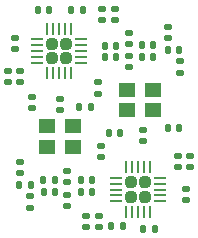
<source format=gbr>
%TF.GenerationSoftware,KiCad,Pcbnew,6.0.7-f9a2dced07~116~ubuntu20.04.1*%
%TF.CreationDate,2022-09-24T19:15:38+02:00*%
%TF.ProjectId,SRRReceiver,53525252-6563-4656-9976-65722e6b6963,rev?*%
%TF.SameCoordinates,Original*%
%TF.FileFunction,Paste,Top*%
%TF.FilePolarity,Positive*%
%FSLAX46Y46*%
G04 Gerber Fmt 4.6, Leading zero omitted, Abs format (unit mm)*
G04 Created by KiCad (PCBNEW 6.0.7-f9a2dced07~116~ubuntu20.04.1) date 2022-09-24 19:15:38*
%MOMM*%
%LPD*%
G01*
G04 APERTURE LIST*
G04 Aperture macros list*
%AMRoundRect*
0 Rectangle with rounded corners*
0 $1 Rounding radius*
0 $2 $3 $4 $5 $6 $7 $8 $9 X,Y pos of 4 corners*
0 Add a 4 corners polygon primitive as box body*
4,1,4,$2,$3,$4,$5,$6,$7,$8,$9,$2,$3,0*
0 Add four circle primitives for the rounded corners*
1,1,$1+$1,$2,$3*
1,1,$1+$1,$4,$5*
1,1,$1+$1,$6,$7*
1,1,$1+$1,$8,$9*
0 Add four rect primitives between the rounded corners*
20,1,$1+$1,$2,$3,$4,$5,0*
20,1,$1+$1,$4,$5,$6,$7,0*
20,1,$1+$1,$6,$7,$8,$9,0*
20,1,$1+$1,$8,$9,$2,$3,0*%
G04 Aperture macros list end*
%ADD10R,1.400000X1.200000*%
%ADD11RoundRect,0.140000X0.170000X-0.140000X0.170000X0.140000X-0.170000X0.140000X-0.170000X-0.140000X0*%
%ADD12RoundRect,0.140000X-0.170000X0.140000X-0.170000X-0.140000X0.170000X-0.140000X0.170000X0.140000X0*%
%ADD13RoundRect,0.140000X-0.140000X-0.170000X0.140000X-0.170000X0.140000X0.170000X-0.140000X0.170000X0*%
%ADD14RoundRect,0.147500X0.147500X0.172500X-0.147500X0.172500X-0.147500X-0.172500X0.147500X-0.172500X0*%
%ADD15RoundRect,0.140000X0.140000X0.170000X-0.140000X0.170000X-0.140000X-0.170000X0.140000X-0.170000X0*%
%ADD16RoundRect,0.242500X-0.242500X-0.242500X0.242500X-0.242500X0.242500X0.242500X-0.242500X0.242500X0*%
%ADD17RoundRect,0.062500X-0.425000X-0.062500X0.425000X-0.062500X0.425000X0.062500X-0.425000X0.062500X0*%
%ADD18RoundRect,0.062500X-0.062500X-0.425000X0.062500X-0.425000X0.062500X0.425000X-0.062500X0.425000X0*%
%ADD19RoundRect,0.242500X0.242500X0.242500X-0.242500X0.242500X-0.242500X-0.242500X0.242500X-0.242500X0*%
%ADD20RoundRect,0.062500X0.425000X0.062500X-0.425000X0.062500X-0.425000X-0.062500X0.425000X-0.062500X0*%
%ADD21RoundRect,0.062500X0.062500X0.425000X-0.062500X0.425000X-0.062500X-0.425000X0.062500X-0.425000X0*%
%ADD22RoundRect,0.147500X-0.147500X-0.172500X0.147500X-0.172500X0.147500X0.172500X-0.147500X0.172500X0*%
%ADD23RoundRect,0.147500X0.172500X-0.147500X0.172500X0.147500X-0.172500X0.147500X-0.172500X-0.147500X0*%
%ADD24RoundRect,0.135000X-0.135000X-0.185000X0.135000X-0.185000X0.135000X0.185000X-0.135000X0.185000X0*%
%ADD25RoundRect,0.147500X-0.172500X0.147500X-0.172500X-0.147500X0.172500X-0.147500X0.172500X0.147500X0*%
%ADD26RoundRect,0.135000X0.135000X0.185000X-0.135000X0.185000X-0.135000X-0.185000X0.135000X-0.185000X0*%
G04 APERTURE END LIST*
D10*
%TO.C,Y2*%
X119900000Y-90250000D03*
X122100000Y-90250000D03*
X122100000Y-91950000D03*
X119900000Y-91950000D03*
%TD*%
%TO.C,Y1*%
X128816250Y-87138154D03*
X126616250Y-87138154D03*
X126616250Y-88838154D03*
X128816250Y-88838154D03*
%TD*%
D11*
%TO.C,C5*%
X124237500Y-98780000D03*
X124237500Y-97820000D03*
%TD*%
D12*
%TO.C,C6*%
X124400000Y-91908154D03*
X124400000Y-92868154D03*
%TD*%
D13*
%TO.C,C7*%
X125098750Y-90788154D03*
X126058750Y-90788154D03*
%TD*%
%TO.C,C32*%
X127920000Y-83350000D03*
X128880000Y-83350000D03*
%TD*%
D14*
%TO.C,L6*%
X131085000Y-83800000D03*
X130115000Y-83800000D03*
%TD*%
D11*
%TO.C,C31*%
X126800000Y-85230000D03*
X126800000Y-84270000D03*
%TD*%
D14*
%TO.C,L5*%
X128885000Y-84400000D03*
X127915000Y-84400000D03*
%TD*%
D15*
%TO.C,C18*%
X123580000Y-88600000D03*
X122620000Y-88600000D03*
%TD*%
D12*
%TO.C,C15*%
X121600000Y-94020000D03*
X121600000Y-94980000D03*
%TD*%
D16*
%TO.C,U2*%
X121500000Y-84450000D03*
X120300000Y-83250000D03*
X120300000Y-84450000D03*
X121500000Y-83250000D03*
D17*
X119012500Y-82850000D03*
X119012500Y-83350000D03*
X119012500Y-83850000D03*
X119012500Y-84350000D03*
X119012500Y-84850000D03*
D18*
X119900000Y-85737500D03*
X120400000Y-85737500D03*
X120900000Y-85737500D03*
X121400000Y-85737500D03*
X121900000Y-85737500D03*
D17*
X122787500Y-84850000D03*
X122787500Y-84350000D03*
X122787500Y-83850000D03*
X122787500Y-83350000D03*
X122787500Y-82850000D03*
D18*
X121900000Y-81962500D03*
X121400000Y-81962500D03*
X120900000Y-81962500D03*
X120400000Y-81962500D03*
X119900000Y-81962500D03*
%TD*%
D12*
%TO.C,C33*%
X130100000Y-81820000D03*
X130100000Y-82780000D03*
%TD*%
%TO.C,C2*%
X130978750Y-92708154D03*
X130978750Y-93668154D03*
%TD*%
D11*
%TO.C,C28*%
X131658750Y-96468154D03*
X131658750Y-95508154D03*
%TD*%
D13*
%TO.C,C14*%
X122720000Y-95788154D03*
X123680000Y-95788154D03*
%TD*%
D19*
%TO.C,U1*%
X126971250Y-96188154D03*
X128171250Y-96188154D03*
X126971250Y-94988154D03*
X128171250Y-94988154D03*
D20*
X129458750Y-96588154D03*
X129458750Y-96088154D03*
X129458750Y-95588154D03*
X129458750Y-95088154D03*
X129458750Y-94588154D03*
D21*
X128571250Y-93700654D03*
X128071250Y-93700654D03*
X127571250Y-93700654D03*
X127071250Y-93700654D03*
X126571250Y-93700654D03*
D20*
X125683750Y-94588154D03*
X125683750Y-95088154D03*
X125683750Y-95588154D03*
X125683750Y-96088154D03*
X125683750Y-96588154D03*
D21*
X126571250Y-97475654D03*
X127071250Y-97475654D03*
X127571250Y-97475654D03*
X128071250Y-97475654D03*
X128571250Y-97475654D03*
%TD*%
D22*
%TO.C,L2*%
X119565000Y-94788154D03*
X120535000Y-94788154D03*
%TD*%
D11*
%TO.C,C21*%
X116600000Y-86480000D03*
X116600000Y-85520000D03*
%TD*%
D12*
%TO.C,C24*%
X125600000Y-80270000D03*
X125600000Y-81230000D03*
%TD*%
D11*
%TO.C,C25*%
X121000000Y-88880000D03*
X121000000Y-87920000D03*
%TD*%
D12*
%TO.C,C20*%
X118600000Y-87720000D03*
X118600000Y-88680000D03*
%TD*%
%TO.C,C19*%
X117550000Y-93270000D03*
X117550000Y-94230000D03*
%TD*%
%TO.C,C1*%
X131978750Y-92708154D03*
X131978750Y-93668154D03*
%TD*%
%TO.C,C12*%
X117200000Y-82720000D03*
X117200000Y-83680000D03*
%TD*%
D15*
%TO.C,C11*%
X128980000Y-98900000D03*
X128020000Y-98900000D03*
%TD*%
D11*
%TO.C,C27*%
X124200000Y-87480000D03*
X124200000Y-86520000D03*
%TD*%
%TO.C,C3*%
X123200000Y-98780000D03*
X123200000Y-97820000D03*
%TD*%
D15*
%TO.C,C10*%
X131080000Y-90400000D03*
X130120000Y-90400000D03*
%TD*%
%TO.C,C29*%
X125730000Y-84400000D03*
X124770000Y-84400000D03*
%TD*%
D12*
%TO.C,C4*%
X127978750Y-90508154D03*
X127978750Y-91468154D03*
%TD*%
D15*
%TO.C,C16*%
X120538750Y-95800000D03*
X119578750Y-95800000D03*
%TD*%
D23*
%TO.C,L4*%
X126800000Y-83285000D03*
X126800000Y-82315000D03*
%TD*%
D15*
%TO.C,C30*%
X125730000Y-83400000D03*
X124770000Y-83400000D03*
%TD*%
D13*
%TO.C,C13*%
X122720000Y-94788154D03*
X123680000Y-94788154D03*
%TD*%
%TO.C,C23*%
X119120000Y-80400000D03*
X120080000Y-80400000D03*
%TD*%
D24*
%TO.C,R2*%
X121890000Y-80400000D03*
X122910000Y-80400000D03*
%TD*%
D12*
%TO.C,C26*%
X124500000Y-80270000D03*
X124500000Y-81230000D03*
%TD*%
D25*
%TO.C,L1*%
X121600000Y-96015000D03*
X121600000Y-96985000D03*
%TD*%
D11*
%TO.C,C17*%
X118458750Y-97130000D03*
X118458750Y-96170000D03*
%TD*%
D22*
%TO.C,L3*%
X117515000Y-95200000D03*
X118485000Y-95200000D03*
%TD*%
D11*
%TO.C,C34*%
X131100000Y-85680000D03*
X131100000Y-84720000D03*
%TD*%
%TO.C,C22*%
X117600000Y-86480000D03*
X117600000Y-85520000D03*
%TD*%
D26*
%TO.C,R1*%
X126310000Y-98700000D03*
X125290000Y-98700000D03*
%TD*%
M02*

</source>
